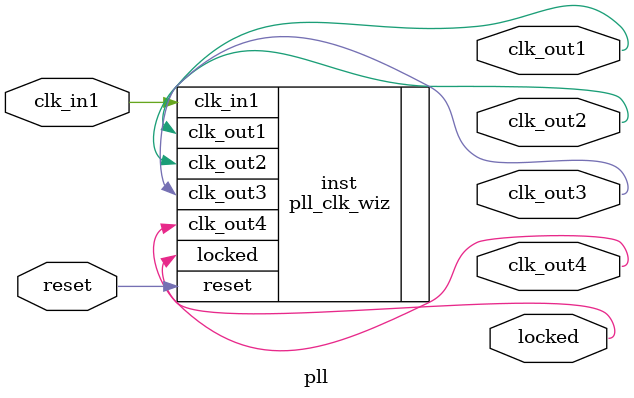
<source format=v>


`timescale 1ps/1ps

(* CORE_GENERATION_INFO = "pll,clk_wiz_v5_3_3_0,{component_name=pll,use_phase_alignment=true,use_min_o_jitter=false,use_max_i_jitter=false,use_dyn_phase_shift=false,use_inclk_switchover=false,use_dyn_reconfig=false,enable_axi=0,feedback_source=FDBK_AUTO,PRIMITIVE=PLL,num_out_clk=4,clkin1_period=5.0,clkin2_period=10.0,use_power_down=false,use_reset=true,use_locked=true,use_inclk_stopped=false,feedback_type=SINGLE,CLOCK_MGR_TYPE=NA,manual_override=false}" *)

module pll 
 (
  // Clock out ports
  output        clk_out1,
  output        clk_out2,
  output        clk_out3,
  output        clk_out4,
  // Status and control signals
  input         reset,
  output        locked,
 // Clock in ports
  input         clk_in1
 );

  pll_clk_wiz inst
  (
  // Clock out ports  
  .clk_out1(clk_out1),
  .clk_out2(clk_out2),
  .clk_out3(clk_out3),
  .clk_out4(clk_out4),
  // Status and control signals               
  .reset(reset), 
  .locked(locked),
 // Clock in ports
  .clk_in1(clk_in1)
  );

endmodule

</source>
